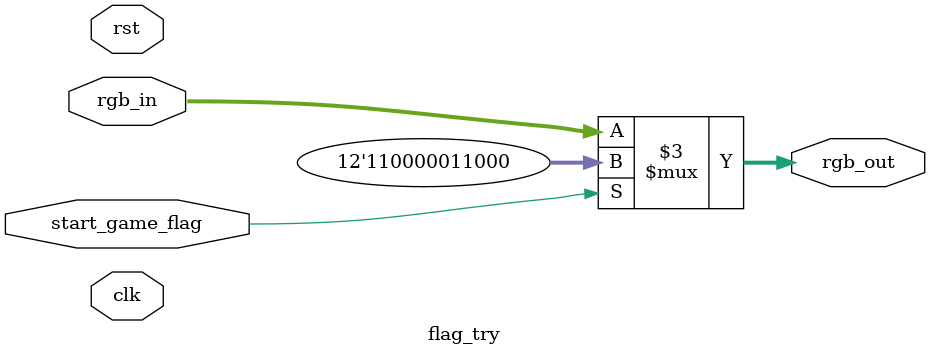
<source format=v>
`timescale 1ns / 1ps


module flag_try(
    input wire clk,
    input wire rst,
    input wire start_game_flag,
    input wire [11:0] rgb_in,
    output reg [11:0] rgb_out
    );
    
    always @* begin
        if(start_game_flag) rgb_out = 12'hc_1_8;
        else rgb_out = rgb_in;
    end
    
endmodule

</source>
